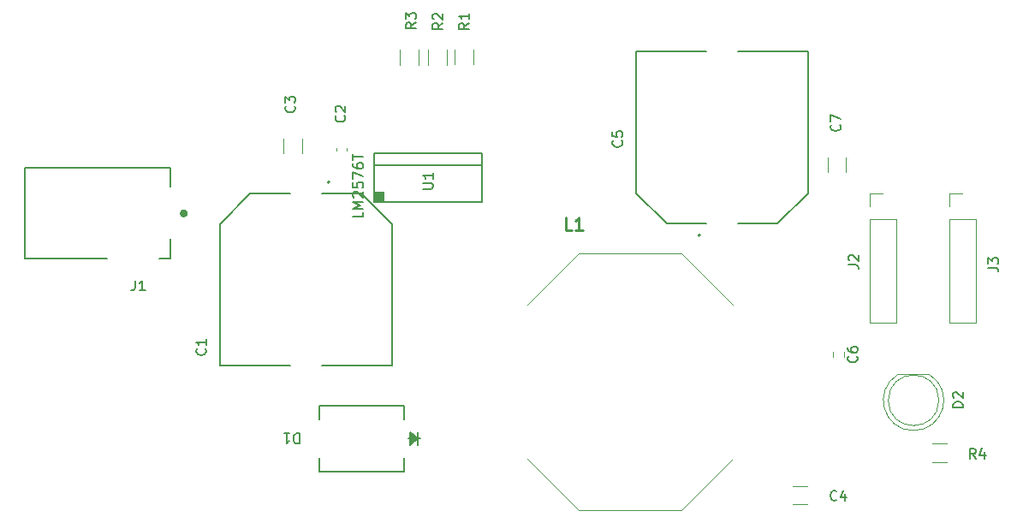
<source format=gbr>
%TF.GenerationSoftware,KiCad,Pcbnew,8.0.7-8.0.7-0~ubuntu20.04.1*%
%TF.CreationDate,2025-01-29T23:58:39+05:30*%
%TF.ProjectId,Buck_Converter_12V_3V3,4275636b-5f43-46f6-9e76-65727465725f,rev?*%
%TF.SameCoordinates,Original*%
%TF.FileFunction,Legend,Top*%
%TF.FilePolarity,Positive*%
%FSLAX46Y46*%
G04 Gerber Fmt 4.6, Leading zero omitted, Abs format (unit mm)*
G04 Created by KiCad (PCBNEW 8.0.7-8.0.7-0~ubuntu20.04.1) date 2025-01-29 23:58:39*
%MOMM*%
%LPD*%
G01*
G04 APERTURE LIST*
%ADD10C,0.150000*%
%ADD11C,0.254000*%
%ADD12C,0.120000*%
%ADD13C,0.200000*%
%ADD14C,0.000000*%
%ADD15C,0.100000*%
%ADD16C,0.127000*%
%ADD17C,0.400000*%
%ADD18C,0.152400*%
G04 APERTURE END LIST*
D10*
X160954819Y-94408094D02*
X159954819Y-94408094D01*
X159954819Y-94408094D02*
X159954819Y-94169999D01*
X159954819Y-94169999D02*
X160002438Y-94027142D01*
X160002438Y-94027142D02*
X160097676Y-93931904D01*
X160097676Y-93931904D02*
X160192914Y-93884285D01*
X160192914Y-93884285D02*
X160383390Y-93836666D01*
X160383390Y-93836666D02*
X160526247Y-93836666D01*
X160526247Y-93836666D02*
X160716723Y-93884285D01*
X160716723Y-93884285D02*
X160811961Y-93931904D01*
X160811961Y-93931904D02*
X160907200Y-94027142D01*
X160907200Y-94027142D02*
X160954819Y-94169999D01*
X160954819Y-94169999D02*
X160954819Y-94408094D01*
X160050057Y-93455713D02*
X160002438Y-93408094D01*
X160002438Y-93408094D02*
X159954819Y-93312856D01*
X159954819Y-93312856D02*
X159954819Y-93074761D01*
X159954819Y-93074761D02*
X160002438Y-92979523D01*
X160002438Y-92979523D02*
X160050057Y-92931904D01*
X160050057Y-92931904D02*
X160145295Y-92884285D01*
X160145295Y-92884285D02*
X160240533Y-92884285D01*
X160240533Y-92884285D02*
X160383390Y-92931904D01*
X160383390Y-92931904D02*
X160954819Y-93503332D01*
X160954819Y-93503332D02*
X160954819Y-92884285D01*
X107519818Y-72771904D02*
X108329341Y-72771904D01*
X108329341Y-72771904D02*
X108424579Y-72724285D01*
X108424579Y-72724285D02*
X108472199Y-72676666D01*
X108472199Y-72676666D02*
X108519818Y-72581428D01*
X108519818Y-72581428D02*
X108519818Y-72390952D01*
X108519818Y-72390952D02*
X108472199Y-72295714D01*
X108472199Y-72295714D02*
X108424579Y-72248095D01*
X108424579Y-72248095D02*
X108329341Y-72200476D01*
X108329341Y-72200476D02*
X107519818Y-72200476D01*
X108519818Y-71200476D02*
X108519818Y-71771904D01*
X108519818Y-71486190D02*
X107519818Y-71486190D01*
X107519818Y-71486190D02*
X107662675Y-71581428D01*
X107662675Y-71581428D02*
X107757913Y-71676666D01*
X107757913Y-71676666D02*
X107805532Y-71771904D01*
X101614818Y-75057619D02*
X101614818Y-75533809D01*
X101614818Y-75533809D02*
X100614818Y-75533809D01*
X101614818Y-74724285D02*
X100614818Y-74724285D01*
X100614818Y-74724285D02*
X101329103Y-74390952D01*
X101329103Y-74390952D02*
X100614818Y-74057619D01*
X100614818Y-74057619D02*
X101614818Y-74057619D01*
X100710056Y-73629047D02*
X100662437Y-73581428D01*
X100662437Y-73581428D02*
X100614818Y-73486190D01*
X100614818Y-73486190D02*
X100614818Y-73248095D01*
X100614818Y-73248095D02*
X100662437Y-73152857D01*
X100662437Y-73152857D02*
X100710056Y-73105238D01*
X100710056Y-73105238D02*
X100805294Y-73057619D01*
X100805294Y-73057619D02*
X100900532Y-73057619D01*
X100900532Y-73057619D02*
X101043389Y-73105238D01*
X101043389Y-73105238D02*
X101614818Y-73676666D01*
X101614818Y-73676666D02*
X101614818Y-73057619D01*
X100614818Y-72152857D02*
X100614818Y-72629047D01*
X100614818Y-72629047D02*
X101091008Y-72676666D01*
X101091008Y-72676666D02*
X101043389Y-72629047D01*
X101043389Y-72629047D02*
X100995770Y-72533809D01*
X100995770Y-72533809D02*
X100995770Y-72295714D01*
X100995770Y-72295714D02*
X101043389Y-72200476D01*
X101043389Y-72200476D02*
X101091008Y-72152857D01*
X101091008Y-72152857D02*
X101186246Y-72105238D01*
X101186246Y-72105238D02*
X101424341Y-72105238D01*
X101424341Y-72105238D02*
X101519579Y-72152857D01*
X101519579Y-72152857D02*
X101567199Y-72200476D01*
X101567199Y-72200476D02*
X101614818Y-72295714D01*
X101614818Y-72295714D02*
X101614818Y-72533809D01*
X101614818Y-72533809D02*
X101567199Y-72629047D01*
X101567199Y-72629047D02*
X101519579Y-72676666D01*
X100614818Y-71771904D02*
X100614818Y-71105238D01*
X100614818Y-71105238D02*
X101614818Y-71533809D01*
X100614818Y-70295714D02*
X100614818Y-70486190D01*
X100614818Y-70486190D02*
X100662437Y-70581428D01*
X100662437Y-70581428D02*
X100710056Y-70629047D01*
X100710056Y-70629047D02*
X100852913Y-70724285D01*
X100852913Y-70724285D02*
X101043389Y-70771904D01*
X101043389Y-70771904D02*
X101424341Y-70771904D01*
X101424341Y-70771904D02*
X101519579Y-70724285D01*
X101519579Y-70724285D02*
X101567199Y-70676666D01*
X101567199Y-70676666D02*
X101614818Y-70581428D01*
X101614818Y-70581428D02*
X101614818Y-70390952D01*
X101614818Y-70390952D02*
X101567199Y-70295714D01*
X101567199Y-70295714D02*
X101519579Y-70248095D01*
X101519579Y-70248095D02*
X101424341Y-70200476D01*
X101424341Y-70200476D02*
X101186246Y-70200476D01*
X101186246Y-70200476D02*
X101091008Y-70248095D01*
X101091008Y-70248095D02*
X101043389Y-70295714D01*
X101043389Y-70295714D02*
X100995770Y-70390952D01*
X100995770Y-70390952D02*
X100995770Y-70581428D01*
X100995770Y-70581428D02*
X101043389Y-70676666D01*
X101043389Y-70676666D02*
X101091008Y-70724285D01*
X101091008Y-70724285D02*
X101186246Y-70771904D01*
X100614818Y-69914761D02*
X100614818Y-69343333D01*
X101614818Y-69629047D02*
X100614818Y-69629047D01*
X162203333Y-99464819D02*
X161870000Y-98988628D01*
X161631905Y-99464819D02*
X161631905Y-98464819D01*
X161631905Y-98464819D02*
X162012857Y-98464819D01*
X162012857Y-98464819D02*
X162108095Y-98512438D01*
X162108095Y-98512438D02*
X162155714Y-98560057D01*
X162155714Y-98560057D02*
X162203333Y-98655295D01*
X162203333Y-98655295D02*
X162203333Y-98798152D01*
X162203333Y-98798152D02*
X162155714Y-98893390D01*
X162155714Y-98893390D02*
X162108095Y-98941009D01*
X162108095Y-98941009D02*
X162012857Y-98988628D01*
X162012857Y-98988628D02*
X161631905Y-98988628D01*
X163060476Y-98798152D02*
X163060476Y-99464819D01*
X162822381Y-98417200D02*
X162584286Y-99131485D01*
X162584286Y-99131485D02*
X163203333Y-99131485D01*
X106834819Y-56336666D02*
X106358628Y-56669999D01*
X106834819Y-56908094D02*
X105834819Y-56908094D01*
X105834819Y-56908094D02*
X105834819Y-56527142D01*
X105834819Y-56527142D02*
X105882438Y-56431904D01*
X105882438Y-56431904D02*
X105930057Y-56384285D01*
X105930057Y-56384285D02*
X106025295Y-56336666D01*
X106025295Y-56336666D02*
X106168152Y-56336666D01*
X106168152Y-56336666D02*
X106263390Y-56384285D01*
X106263390Y-56384285D02*
X106311009Y-56431904D01*
X106311009Y-56431904D02*
X106358628Y-56527142D01*
X106358628Y-56527142D02*
X106358628Y-56908094D01*
X105834819Y-56003332D02*
X105834819Y-55384285D01*
X105834819Y-55384285D02*
X106215771Y-55717618D01*
X106215771Y-55717618D02*
X106215771Y-55574761D01*
X106215771Y-55574761D02*
X106263390Y-55479523D01*
X106263390Y-55479523D02*
X106311009Y-55431904D01*
X106311009Y-55431904D02*
X106406247Y-55384285D01*
X106406247Y-55384285D02*
X106644342Y-55384285D01*
X106644342Y-55384285D02*
X106739580Y-55431904D01*
X106739580Y-55431904D02*
X106787200Y-55479523D01*
X106787200Y-55479523D02*
X106834819Y-55574761D01*
X106834819Y-55574761D02*
X106834819Y-55860475D01*
X106834819Y-55860475D02*
X106787200Y-55955713D01*
X106787200Y-55955713D02*
X106739580Y-56003332D01*
X109494819Y-56366666D02*
X109018628Y-56699999D01*
X109494819Y-56938094D02*
X108494819Y-56938094D01*
X108494819Y-56938094D02*
X108494819Y-56557142D01*
X108494819Y-56557142D02*
X108542438Y-56461904D01*
X108542438Y-56461904D02*
X108590057Y-56414285D01*
X108590057Y-56414285D02*
X108685295Y-56366666D01*
X108685295Y-56366666D02*
X108828152Y-56366666D01*
X108828152Y-56366666D02*
X108923390Y-56414285D01*
X108923390Y-56414285D02*
X108971009Y-56461904D01*
X108971009Y-56461904D02*
X109018628Y-56557142D01*
X109018628Y-56557142D02*
X109018628Y-56938094D01*
X108590057Y-55985713D02*
X108542438Y-55938094D01*
X108542438Y-55938094D02*
X108494819Y-55842856D01*
X108494819Y-55842856D02*
X108494819Y-55604761D01*
X108494819Y-55604761D02*
X108542438Y-55509523D01*
X108542438Y-55509523D02*
X108590057Y-55461904D01*
X108590057Y-55461904D02*
X108685295Y-55414285D01*
X108685295Y-55414285D02*
X108780533Y-55414285D01*
X108780533Y-55414285D02*
X108923390Y-55461904D01*
X108923390Y-55461904D02*
X109494819Y-56033332D01*
X109494819Y-56033332D02*
X109494819Y-55414285D01*
X112094819Y-56386666D02*
X111618628Y-56719999D01*
X112094819Y-56958094D02*
X111094819Y-56958094D01*
X111094819Y-56958094D02*
X111094819Y-56577142D01*
X111094819Y-56577142D02*
X111142438Y-56481904D01*
X111142438Y-56481904D02*
X111190057Y-56434285D01*
X111190057Y-56434285D02*
X111285295Y-56386666D01*
X111285295Y-56386666D02*
X111428152Y-56386666D01*
X111428152Y-56386666D02*
X111523390Y-56434285D01*
X111523390Y-56434285D02*
X111571009Y-56481904D01*
X111571009Y-56481904D02*
X111618628Y-56577142D01*
X111618628Y-56577142D02*
X111618628Y-56958094D01*
X112094819Y-55434285D02*
X112094819Y-56005713D01*
X112094819Y-55719999D02*
X111094819Y-55719999D01*
X111094819Y-55719999D02*
X111237676Y-55815237D01*
X111237676Y-55815237D02*
X111332914Y-55910475D01*
X111332914Y-55910475D02*
X111380533Y-56005713D01*
D11*
X122238333Y-76854318D02*
X121633571Y-76854318D01*
X121633571Y-76854318D02*
X121633571Y-75584318D01*
X123326905Y-76854318D02*
X122601190Y-76854318D01*
X122964047Y-76854318D02*
X122964047Y-75584318D01*
X122964047Y-75584318D02*
X122843095Y-75765746D01*
X122843095Y-75765746D02*
X122722143Y-75886699D01*
X122722143Y-75886699D02*
X122601190Y-75947175D01*
D10*
X163434819Y-80593333D02*
X164149104Y-80593333D01*
X164149104Y-80593333D02*
X164291961Y-80640952D01*
X164291961Y-80640952D02*
X164387200Y-80736190D01*
X164387200Y-80736190D02*
X164434819Y-80879047D01*
X164434819Y-80879047D02*
X164434819Y-80974285D01*
X163434819Y-80212380D02*
X163434819Y-79593333D01*
X163434819Y-79593333D02*
X163815771Y-79926666D01*
X163815771Y-79926666D02*
X163815771Y-79783809D01*
X163815771Y-79783809D02*
X163863390Y-79688571D01*
X163863390Y-79688571D02*
X163911009Y-79640952D01*
X163911009Y-79640952D02*
X164006247Y-79593333D01*
X164006247Y-79593333D02*
X164244342Y-79593333D01*
X164244342Y-79593333D02*
X164339580Y-79640952D01*
X164339580Y-79640952D02*
X164387200Y-79688571D01*
X164387200Y-79688571D02*
X164434819Y-79783809D01*
X164434819Y-79783809D02*
X164434819Y-80069523D01*
X164434819Y-80069523D02*
X164387200Y-80164761D01*
X164387200Y-80164761D02*
X164339580Y-80212380D01*
X149614819Y-80298333D02*
X150329104Y-80298333D01*
X150329104Y-80298333D02*
X150471961Y-80345952D01*
X150471961Y-80345952D02*
X150567200Y-80441190D01*
X150567200Y-80441190D02*
X150614819Y-80584047D01*
X150614819Y-80584047D02*
X150614819Y-80679285D01*
X149710057Y-79869761D02*
X149662438Y-79822142D01*
X149662438Y-79822142D02*
X149614819Y-79726904D01*
X149614819Y-79726904D02*
X149614819Y-79488809D01*
X149614819Y-79488809D02*
X149662438Y-79393571D01*
X149662438Y-79393571D02*
X149710057Y-79345952D01*
X149710057Y-79345952D02*
X149805295Y-79298333D01*
X149805295Y-79298333D02*
X149900533Y-79298333D01*
X149900533Y-79298333D02*
X150043390Y-79345952D01*
X150043390Y-79345952D02*
X150614819Y-79917380D01*
X150614819Y-79917380D02*
X150614819Y-79298333D01*
X79059912Y-81839485D02*
X79059912Y-82554215D01*
X79059912Y-82554215D02*
X79012263Y-82697161D01*
X79012263Y-82697161D02*
X78916966Y-82792459D01*
X78916966Y-82792459D02*
X78774020Y-82840107D01*
X78774020Y-82840107D02*
X78678723Y-82840107D01*
X80060534Y-82840107D02*
X79488750Y-82840107D01*
X79774642Y-82840107D02*
X79774642Y-81839485D01*
X79774642Y-81839485D02*
X79679345Y-81982431D01*
X79679345Y-81982431D02*
X79584048Y-82077729D01*
X79584048Y-82077729D02*
X79488750Y-82125377D01*
X95298094Y-96975180D02*
X95298094Y-97975180D01*
X95298094Y-97975180D02*
X95059999Y-97975180D01*
X95059999Y-97975180D02*
X94917142Y-97927561D01*
X94917142Y-97927561D02*
X94821904Y-97832323D01*
X94821904Y-97832323D02*
X94774285Y-97737085D01*
X94774285Y-97737085D02*
X94726666Y-97546609D01*
X94726666Y-97546609D02*
X94726666Y-97403752D01*
X94726666Y-97403752D02*
X94774285Y-97213276D01*
X94774285Y-97213276D02*
X94821904Y-97118038D01*
X94821904Y-97118038D02*
X94917142Y-97022800D01*
X94917142Y-97022800D02*
X95059999Y-96975180D01*
X95059999Y-96975180D02*
X95298094Y-96975180D01*
X93774285Y-96975180D02*
X94345713Y-96975180D01*
X94059999Y-96975180D02*
X94059999Y-97975180D01*
X94059999Y-97975180D02*
X94155237Y-97832323D01*
X94155237Y-97832323D02*
X94250475Y-97737085D01*
X94250475Y-97737085D02*
X94345713Y-97689466D01*
X148759580Y-66439166D02*
X148807200Y-66486785D01*
X148807200Y-66486785D02*
X148854819Y-66629642D01*
X148854819Y-66629642D02*
X148854819Y-66724880D01*
X148854819Y-66724880D02*
X148807200Y-66867737D01*
X148807200Y-66867737D02*
X148711961Y-66962975D01*
X148711961Y-66962975D02*
X148616723Y-67010594D01*
X148616723Y-67010594D02*
X148426247Y-67058213D01*
X148426247Y-67058213D02*
X148283390Y-67058213D01*
X148283390Y-67058213D02*
X148092914Y-67010594D01*
X148092914Y-67010594D02*
X147997676Y-66962975D01*
X147997676Y-66962975D02*
X147902438Y-66867737D01*
X147902438Y-66867737D02*
X147854819Y-66724880D01*
X147854819Y-66724880D02*
X147854819Y-66629642D01*
X147854819Y-66629642D02*
X147902438Y-66486785D01*
X147902438Y-66486785D02*
X147950057Y-66439166D01*
X147854819Y-66105832D02*
X147854819Y-65439166D01*
X147854819Y-65439166D02*
X148854819Y-65867737D01*
X150429580Y-89334166D02*
X150477200Y-89381785D01*
X150477200Y-89381785D02*
X150524819Y-89524642D01*
X150524819Y-89524642D02*
X150524819Y-89619880D01*
X150524819Y-89619880D02*
X150477200Y-89762737D01*
X150477200Y-89762737D02*
X150381961Y-89857975D01*
X150381961Y-89857975D02*
X150286723Y-89905594D01*
X150286723Y-89905594D02*
X150096247Y-89953213D01*
X150096247Y-89953213D02*
X149953390Y-89953213D01*
X149953390Y-89953213D02*
X149762914Y-89905594D01*
X149762914Y-89905594D02*
X149667676Y-89857975D01*
X149667676Y-89857975D02*
X149572438Y-89762737D01*
X149572438Y-89762737D02*
X149524819Y-89619880D01*
X149524819Y-89619880D02*
X149524819Y-89524642D01*
X149524819Y-89524642D02*
X149572438Y-89381785D01*
X149572438Y-89381785D02*
X149620057Y-89334166D01*
X149524819Y-88477023D02*
X149524819Y-88667499D01*
X149524819Y-88667499D02*
X149572438Y-88762737D01*
X149572438Y-88762737D02*
X149620057Y-88810356D01*
X149620057Y-88810356D02*
X149762914Y-88905594D01*
X149762914Y-88905594D02*
X149953390Y-88953213D01*
X149953390Y-88953213D02*
X150334342Y-88953213D01*
X150334342Y-88953213D02*
X150429580Y-88905594D01*
X150429580Y-88905594D02*
X150477200Y-88857975D01*
X150477200Y-88857975D02*
X150524819Y-88762737D01*
X150524819Y-88762737D02*
X150524819Y-88572261D01*
X150524819Y-88572261D02*
X150477200Y-88477023D01*
X150477200Y-88477023D02*
X150429580Y-88429404D01*
X150429580Y-88429404D02*
X150334342Y-88381785D01*
X150334342Y-88381785D02*
X150096247Y-88381785D01*
X150096247Y-88381785D02*
X150001009Y-88429404D01*
X150001009Y-88429404D02*
X149953390Y-88477023D01*
X149953390Y-88477023D02*
X149905771Y-88572261D01*
X149905771Y-88572261D02*
X149905771Y-88762737D01*
X149905771Y-88762737D02*
X149953390Y-88857975D01*
X149953390Y-88857975D02*
X150001009Y-88905594D01*
X150001009Y-88905594D02*
X150096247Y-88953213D01*
X127179580Y-68006666D02*
X127227200Y-68054285D01*
X127227200Y-68054285D02*
X127274819Y-68197142D01*
X127274819Y-68197142D02*
X127274819Y-68292380D01*
X127274819Y-68292380D02*
X127227200Y-68435237D01*
X127227200Y-68435237D02*
X127131961Y-68530475D01*
X127131961Y-68530475D02*
X127036723Y-68578094D01*
X127036723Y-68578094D02*
X126846247Y-68625713D01*
X126846247Y-68625713D02*
X126703390Y-68625713D01*
X126703390Y-68625713D02*
X126512914Y-68578094D01*
X126512914Y-68578094D02*
X126417676Y-68530475D01*
X126417676Y-68530475D02*
X126322438Y-68435237D01*
X126322438Y-68435237D02*
X126274819Y-68292380D01*
X126274819Y-68292380D02*
X126274819Y-68197142D01*
X126274819Y-68197142D02*
X126322438Y-68054285D01*
X126322438Y-68054285D02*
X126370057Y-68006666D01*
X126274819Y-67101904D02*
X126274819Y-67578094D01*
X126274819Y-67578094D02*
X126751009Y-67625713D01*
X126751009Y-67625713D02*
X126703390Y-67578094D01*
X126703390Y-67578094D02*
X126655771Y-67482856D01*
X126655771Y-67482856D02*
X126655771Y-67244761D01*
X126655771Y-67244761D02*
X126703390Y-67149523D01*
X126703390Y-67149523D02*
X126751009Y-67101904D01*
X126751009Y-67101904D02*
X126846247Y-67054285D01*
X126846247Y-67054285D02*
X127084342Y-67054285D01*
X127084342Y-67054285D02*
X127179580Y-67101904D01*
X127179580Y-67101904D02*
X127227200Y-67149523D01*
X127227200Y-67149523D02*
X127274819Y-67244761D01*
X127274819Y-67244761D02*
X127274819Y-67482856D01*
X127274819Y-67482856D02*
X127227200Y-67578094D01*
X127227200Y-67578094D02*
X127179580Y-67625713D01*
X148453333Y-103529580D02*
X148405714Y-103577200D01*
X148405714Y-103577200D02*
X148262857Y-103624819D01*
X148262857Y-103624819D02*
X148167619Y-103624819D01*
X148167619Y-103624819D02*
X148024762Y-103577200D01*
X148024762Y-103577200D02*
X147929524Y-103481961D01*
X147929524Y-103481961D02*
X147881905Y-103386723D01*
X147881905Y-103386723D02*
X147834286Y-103196247D01*
X147834286Y-103196247D02*
X147834286Y-103053390D01*
X147834286Y-103053390D02*
X147881905Y-102862914D01*
X147881905Y-102862914D02*
X147929524Y-102767676D01*
X147929524Y-102767676D02*
X148024762Y-102672438D01*
X148024762Y-102672438D02*
X148167619Y-102624819D01*
X148167619Y-102624819D02*
X148262857Y-102624819D01*
X148262857Y-102624819D02*
X148405714Y-102672438D01*
X148405714Y-102672438D02*
X148453333Y-102720057D01*
X149310476Y-102958152D02*
X149310476Y-103624819D01*
X149072381Y-102577200D02*
X148834286Y-103291485D01*
X148834286Y-103291485D02*
X149453333Y-103291485D01*
X94819580Y-64586666D02*
X94867200Y-64634285D01*
X94867200Y-64634285D02*
X94914819Y-64777142D01*
X94914819Y-64777142D02*
X94914819Y-64872380D01*
X94914819Y-64872380D02*
X94867200Y-65015237D01*
X94867200Y-65015237D02*
X94771961Y-65110475D01*
X94771961Y-65110475D02*
X94676723Y-65158094D01*
X94676723Y-65158094D02*
X94486247Y-65205713D01*
X94486247Y-65205713D02*
X94343390Y-65205713D01*
X94343390Y-65205713D02*
X94152914Y-65158094D01*
X94152914Y-65158094D02*
X94057676Y-65110475D01*
X94057676Y-65110475D02*
X93962438Y-65015237D01*
X93962438Y-65015237D02*
X93914819Y-64872380D01*
X93914819Y-64872380D02*
X93914819Y-64777142D01*
X93914819Y-64777142D02*
X93962438Y-64634285D01*
X93962438Y-64634285D02*
X94010057Y-64586666D01*
X93914819Y-64253332D02*
X93914819Y-63634285D01*
X93914819Y-63634285D02*
X94295771Y-63967618D01*
X94295771Y-63967618D02*
X94295771Y-63824761D01*
X94295771Y-63824761D02*
X94343390Y-63729523D01*
X94343390Y-63729523D02*
X94391009Y-63681904D01*
X94391009Y-63681904D02*
X94486247Y-63634285D01*
X94486247Y-63634285D02*
X94724342Y-63634285D01*
X94724342Y-63634285D02*
X94819580Y-63681904D01*
X94819580Y-63681904D02*
X94867200Y-63729523D01*
X94867200Y-63729523D02*
X94914819Y-63824761D01*
X94914819Y-63824761D02*
X94914819Y-64110475D01*
X94914819Y-64110475D02*
X94867200Y-64205713D01*
X94867200Y-64205713D02*
X94819580Y-64253332D01*
X99759580Y-65546666D02*
X99807200Y-65594285D01*
X99807200Y-65594285D02*
X99854819Y-65737142D01*
X99854819Y-65737142D02*
X99854819Y-65832380D01*
X99854819Y-65832380D02*
X99807200Y-65975237D01*
X99807200Y-65975237D02*
X99711961Y-66070475D01*
X99711961Y-66070475D02*
X99616723Y-66118094D01*
X99616723Y-66118094D02*
X99426247Y-66165713D01*
X99426247Y-66165713D02*
X99283390Y-66165713D01*
X99283390Y-66165713D02*
X99092914Y-66118094D01*
X99092914Y-66118094D02*
X98997676Y-66070475D01*
X98997676Y-66070475D02*
X98902438Y-65975237D01*
X98902438Y-65975237D02*
X98854819Y-65832380D01*
X98854819Y-65832380D02*
X98854819Y-65737142D01*
X98854819Y-65737142D02*
X98902438Y-65594285D01*
X98902438Y-65594285D02*
X98950057Y-65546666D01*
X98950057Y-65165713D02*
X98902438Y-65118094D01*
X98902438Y-65118094D02*
X98854819Y-65022856D01*
X98854819Y-65022856D02*
X98854819Y-64784761D01*
X98854819Y-64784761D02*
X98902438Y-64689523D01*
X98902438Y-64689523D02*
X98950057Y-64641904D01*
X98950057Y-64641904D02*
X99045295Y-64594285D01*
X99045295Y-64594285D02*
X99140533Y-64594285D01*
X99140533Y-64594285D02*
X99283390Y-64641904D01*
X99283390Y-64641904D02*
X99854819Y-65213332D01*
X99854819Y-65213332D02*
X99854819Y-64594285D01*
X85999580Y-88596666D02*
X86047200Y-88644285D01*
X86047200Y-88644285D02*
X86094819Y-88787142D01*
X86094819Y-88787142D02*
X86094819Y-88882380D01*
X86094819Y-88882380D02*
X86047200Y-89025237D01*
X86047200Y-89025237D02*
X85951961Y-89120475D01*
X85951961Y-89120475D02*
X85856723Y-89168094D01*
X85856723Y-89168094D02*
X85666247Y-89215713D01*
X85666247Y-89215713D02*
X85523390Y-89215713D01*
X85523390Y-89215713D02*
X85332914Y-89168094D01*
X85332914Y-89168094D02*
X85237676Y-89120475D01*
X85237676Y-89120475D02*
X85142438Y-89025237D01*
X85142438Y-89025237D02*
X85094819Y-88882380D01*
X85094819Y-88882380D02*
X85094819Y-88787142D01*
X85094819Y-88787142D02*
X85142438Y-88644285D01*
X85142438Y-88644285D02*
X85190057Y-88596666D01*
X86094819Y-87644285D02*
X86094819Y-88215713D01*
X86094819Y-87929999D02*
X85094819Y-87929999D01*
X85094819Y-87929999D02*
X85237676Y-88025237D01*
X85237676Y-88025237D02*
X85332914Y-88120475D01*
X85332914Y-88120475D02*
X85380533Y-88215713D01*
D12*
%TO.C,D2*%
X157605000Y-91140000D02*
X154515000Y-91140000D01*
X157604830Y-91140000D02*
G75*
G02*
X156060048Y-96690000I-1544830J-2560000D01*
G01*
X156059952Y-96690000D02*
G75*
G02*
X154515170Y-91140000I48J2990000D01*
G01*
X158560000Y-93700000D02*
G75*
G02*
X153560000Y-93700000I-2500000J0D01*
G01*
X153560000Y-93700000D02*
G75*
G02*
X158560000Y-93700000I2500000J0D01*
G01*
D13*
%TO.C,U1*%
X102715000Y-74115000D02*
X102715000Y-69214999D01*
X113414998Y-74115000D02*
X113414998Y-69214999D01*
X113414998Y-74115000D02*
X102715000Y-74115000D01*
X113414998Y-69214999D02*
X102715000Y-69214999D01*
X113414998Y-70477001D02*
X102715000Y-70477001D01*
D14*
G36*
X103746999Y-74137001D02*
G01*
X102715000Y-74137001D01*
X102715000Y-73026000D01*
X103746999Y-73026000D01*
X103746999Y-74137001D01*
G37*
D12*
%TO.C,R4*%
X157872936Y-97960000D02*
X159327064Y-97960000D01*
X157872936Y-99780000D02*
X159327064Y-99780000D01*
%TO.C,R3*%
X108040000Y-60497064D02*
X108040000Y-59042936D01*
X109860000Y-60497064D02*
X109860000Y-59042936D01*
%TO.C,R2*%
X105260000Y-59042936D02*
X105260000Y-60497064D01*
X107080000Y-59042936D02*
X107080000Y-60497064D01*
%TO.C,R1*%
X112490000Y-60487064D02*
X112490000Y-59032936D01*
X110670000Y-60487064D02*
X110670000Y-59032936D01*
D15*
%TO.C,L1*%
X117890000Y-84230000D02*
X122970000Y-79150000D01*
X122970000Y-79150000D02*
X133130000Y-79150000D01*
X133130000Y-79150000D02*
X138210000Y-84230000D01*
X117890000Y-99470000D02*
X122970000Y-104550000D01*
X122970000Y-104550000D02*
X133130000Y-104550000D01*
X133130000Y-104550000D02*
X138210000Y-99470000D01*
D12*
%TO.C,J3*%
X159560000Y-73200000D02*
X160890000Y-73200000D01*
X159560000Y-74530000D02*
X159560000Y-73200000D01*
X159560000Y-75800000D02*
X159560000Y-86020000D01*
X159560000Y-75800000D02*
X162220000Y-75800000D01*
X159560000Y-86020000D02*
X162220000Y-86020000D01*
X162220000Y-75800000D02*
X162220000Y-86020000D01*
%TO.C,J2*%
X151690000Y-73200000D02*
X153020000Y-73200000D01*
X151690000Y-74530000D02*
X151690000Y-73200000D01*
X151690000Y-75800000D02*
X151690000Y-86020000D01*
X151690000Y-75800000D02*
X154350000Y-75800000D01*
X151690000Y-86020000D02*
X154350000Y-86020000D01*
X154350000Y-75800000D02*
X154350000Y-86020000D01*
D16*
%TO.C,J1*%
X68180000Y-79710000D02*
X68180000Y-70710000D01*
X68180000Y-70710000D02*
X82580000Y-70710000D01*
X82580000Y-79710000D02*
X81430000Y-79710000D01*
X82580000Y-70710000D02*
X82580000Y-72560000D01*
X76330000Y-79710000D02*
X68180000Y-79710000D01*
X82580000Y-77760000D02*
X82580000Y-79710000D01*
D17*
X84080000Y-75210000D02*
G75*
G02*
X83680000Y-75210000I-200000J0D01*
G01*
X83680000Y-75210000D02*
G75*
G02*
X84080000Y-75210000I200000J0D01*
G01*
D18*
%TO.C,D1*%
X106093440Y-97490000D02*
X107284701Y-97490000D01*
X107030701Y-98125000D02*
X107030701Y-96855000D01*
X107030701Y-97490000D02*
X106268701Y-98125000D01*
X107030701Y-97490000D02*
X106268701Y-97998000D01*
X107030701Y-97490000D02*
X106268701Y-97871000D01*
X107030701Y-97490000D02*
X106268701Y-97744000D01*
X107030701Y-97490000D02*
X106268701Y-97617000D01*
X107030701Y-97490000D02*
X106268701Y-96855000D01*
X107030701Y-97490000D02*
X106268701Y-96982000D01*
X107030701Y-97490000D02*
X106268701Y-97109000D01*
X107030701Y-97490000D02*
X106268701Y-97236000D01*
X107030701Y-97490000D02*
X106268701Y-97363000D01*
X106268701Y-98125000D02*
X106268701Y-96855000D01*
X105633701Y-94253001D02*
X97249699Y-94253001D01*
X97249699Y-94253001D02*
X97249699Y-95567259D01*
X97249699Y-100726999D02*
X105633701Y-100726999D01*
X105633701Y-100726999D02*
X105633701Y-99412741D01*
X105633701Y-95567259D02*
X105633701Y-94253001D01*
X97249699Y-99412741D02*
X97249699Y-100726999D01*
D12*
%TO.C,C7*%
X147570000Y-71093752D02*
X147570000Y-69671248D01*
X149390000Y-71093752D02*
X149390000Y-69671248D01*
%TO.C,C6*%
X149162500Y-88912776D02*
X149162500Y-89422224D01*
X148117500Y-88912776D02*
X148117500Y-89422224D01*
D16*
%TO.C,C5*%
X142620000Y-76220000D02*
X145620000Y-73220000D01*
X145620000Y-73220000D02*
X145620000Y-59220000D01*
X128620000Y-59220000D02*
X128620000Y-73220000D01*
X128620000Y-73220000D02*
X131620000Y-76220000D01*
X131620000Y-76220000D02*
X135550000Y-76220000D01*
X138690000Y-76220000D02*
X142620000Y-76220000D01*
X135550000Y-59220000D02*
X128620000Y-59220000D01*
X145620000Y-59220000D02*
X138690000Y-59220000D01*
D13*
X134970000Y-77370000D02*
G75*
G02*
X134770000Y-77370000I-100000J0D01*
G01*
X134770000Y-77370000D02*
G75*
G02*
X134970000Y-77370000I100000J0D01*
G01*
D12*
%TO.C,C4*%
X144126248Y-102160000D02*
X145548752Y-102160000D01*
X144126248Y-103980000D02*
X145548752Y-103980000D01*
%TO.C,C3*%
X93750000Y-69258752D02*
X93750000Y-67836248D01*
X95570000Y-69258752D02*
X95570000Y-67836248D01*
%TO.C,C2*%
X98990000Y-69008767D02*
X98990000Y-68716233D01*
X100010000Y-69008767D02*
X100010000Y-68716233D01*
D16*
%TO.C,C1*%
X90450000Y-73270000D02*
X87450000Y-76270000D01*
X87450000Y-76270000D02*
X87450000Y-90270000D01*
X104450000Y-90270000D02*
X104450000Y-76270000D01*
X104450000Y-76270000D02*
X101450000Y-73270000D01*
X101450000Y-73270000D02*
X97520000Y-73270000D01*
X94380000Y-73270000D02*
X90450000Y-73270000D01*
X97520000Y-90270000D02*
X104450000Y-90270000D01*
X87450000Y-90270000D02*
X94380000Y-90270000D01*
D13*
X98300000Y-72120000D02*
G75*
G02*
X98100000Y-72120000I-100000J0D01*
G01*
X98100000Y-72120000D02*
G75*
G02*
X98300000Y-72120000I100000J0D01*
G01*
%TD*%
M02*

</source>
